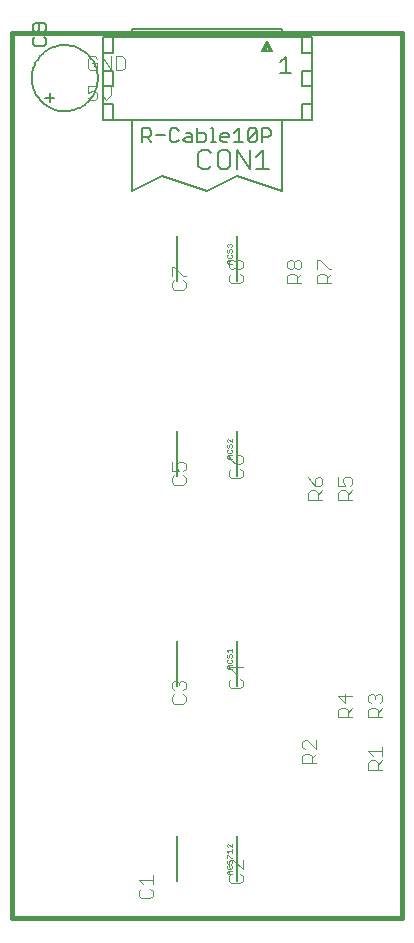
<source format=gto>
G75*
G70*
%OFA0B0*%
%FSLAX24Y24*%
%IPPOS*%
%LPD*%
%AMOC8*
5,1,8,0,0,1.08239X$1,22.5*
%
%ADD10C,0.0160*%
%ADD11C,0.0040*%
%ADD12C,0.0020*%
%ADD13C,0.0050*%
%ADD14C,0.0060*%
%ADD15C,0.0070*%
%ADD16R,0.0200X0.0100*%
%ADD17R,0.0150X0.0050*%
%ADD18R,0.0100X0.0100*%
D10*
X000242Y000181D02*
X013242Y000181D01*
X013242Y029681D01*
X000242Y029681D01*
X000242Y000181D01*
D11*
X004462Y000928D02*
X004538Y000851D01*
X004845Y000851D01*
X004922Y000928D01*
X004922Y001082D01*
X004845Y001158D01*
X004922Y001312D02*
X004922Y001619D01*
X004922Y001465D02*
X004462Y001465D01*
X004615Y001312D01*
X004538Y001158D02*
X004462Y001082D01*
X004462Y000928D01*
X005638Y007331D02*
X005945Y007331D01*
X006022Y007407D01*
X006022Y007561D01*
X005945Y007638D01*
X005945Y007791D02*
X006022Y007868D01*
X006022Y008021D01*
X005945Y008098D01*
X005868Y008098D01*
X005792Y008021D01*
X005792Y007944D01*
X005792Y008021D02*
X005715Y008098D01*
X005638Y008098D01*
X005562Y008021D01*
X005562Y007868D01*
X005638Y007791D01*
X005638Y007638D02*
X005562Y007561D01*
X005562Y007407D01*
X005638Y007331D01*
X007462Y007928D02*
X007538Y007851D01*
X007845Y007851D01*
X007922Y007928D01*
X007922Y008082D01*
X007845Y008158D01*
X007922Y008542D02*
X007462Y008542D01*
X007692Y008312D01*
X007692Y008619D01*
X007538Y008158D02*
X007462Y008082D01*
X007462Y007928D01*
X009912Y006042D02*
X009912Y005888D01*
X009988Y005812D01*
X009988Y005658D02*
X010142Y005658D01*
X010218Y005582D01*
X010218Y005351D01*
X010218Y005505D02*
X010372Y005658D01*
X010372Y005812D02*
X010065Y006119D01*
X009988Y006119D01*
X009912Y006042D01*
X009988Y005658D02*
X009912Y005582D01*
X009912Y005351D01*
X010372Y005351D01*
X010372Y005812D02*
X010372Y006119D01*
X011112Y006881D02*
X011112Y007111D01*
X011188Y007188D01*
X011342Y007188D01*
X011418Y007111D01*
X011418Y006881D01*
X011418Y007034D02*
X011572Y007188D01*
X011572Y006881D02*
X011112Y006881D01*
X011342Y007341D02*
X011342Y007648D01*
X011572Y007571D02*
X011112Y007571D01*
X011342Y007341D01*
X012112Y007418D02*
X012112Y007571D01*
X012188Y007648D01*
X012265Y007648D01*
X012342Y007571D01*
X012418Y007648D01*
X012495Y007648D01*
X012572Y007571D01*
X012572Y007418D01*
X012495Y007341D01*
X012572Y007188D02*
X012418Y007034D01*
X012418Y007111D02*
X012418Y006881D01*
X012418Y007111D02*
X012342Y007188D01*
X012188Y007188D01*
X012112Y007111D01*
X012112Y006881D01*
X012572Y006881D01*
X012342Y007494D02*
X012342Y007571D01*
X012188Y007341D02*
X012112Y007418D01*
X012572Y005898D02*
X012572Y005591D01*
X012572Y005438D02*
X012418Y005284D01*
X012418Y005361D02*
X012418Y005131D01*
X012418Y005361D02*
X012342Y005438D01*
X012188Y005438D01*
X012112Y005361D01*
X012112Y005131D01*
X012572Y005131D01*
X012572Y005744D02*
X012112Y005744D01*
X012265Y005591D01*
X011572Y014131D02*
X011112Y014131D01*
X011112Y014361D01*
X011188Y014438D01*
X011342Y014438D01*
X011418Y014361D01*
X011418Y014131D01*
X011418Y014284D02*
X011572Y014438D01*
X011495Y014591D02*
X011572Y014668D01*
X011572Y014821D01*
X011495Y014898D01*
X011342Y014898D01*
X011265Y014821D01*
X011265Y014744D01*
X011342Y014591D01*
X011112Y014591D01*
X011112Y014898D01*
X010572Y014821D02*
X010572Y014668D01*
X010495Y014591D01*
X010342Y014591D01*
X010342Y014821D01*
X010418Y014898D01*
X010495Y014898D01*
X010572Y014821D01*
X010342Y014591D02*
X010188Y014744D01*
X010112Y014898D01*
X010188Y014438D02*
X010112Y014361D01*
X010112Y014131D01*
X010572Y014131D01*
X010418Y014131D02*
X010418Y014361D01*
X010342Y014438D01*
X010188Y014438D01*
X010418Y014284D02*
X010572Y014438D01*
X007922Y014928D02*
X007922Y015082D01*
X007845Y015158D01*
X007845Y015312D02*
X007922Y015388D01*
X007922Y015542D01*
X007845Y015619D01*
X007768Y015619D01*
X007692Y015542D01*
X007692Y015312D01*
X007845Y015312D01*
X007922Y014928D02*
X007845Y014851D01*
X007538Y014851D01*
X007462Y014928D01*
X007462Y015082D01*
X007538Y015158D01*
X007692Y015312D02*
X007538Y015465D01*
X007462Y015619D01*
X006022Y015321D02*
X006022Y015168D01*
X005945Y015091D01*
X005792Y015091D02*
X005715Y015244D01*
X005715Y015321D01*
X005792Y015398D01*
X005945Y015398D01*
X006022Y015321D01*
X005945Y014938D02*
X006022Y014861D01*
X006022Y014707D01*
X005945Y014631D01*
X005638Y014631D01*
X005562Y014707D01*
X005562Y014861D01*
X005638Y014938D01*
X005562Y015091D02*
X005792Y015091D01*
X005562Y015091D02*
X005562Y015398D01*
X005638Y021131D02*
X005945Y021131D01*
X006022Y021207D01*
X006022Y021361D01*
X005945Y021438D01*
X005945Y021591D02*
X006022Y021591D01*
X005945Y021591D02*
X005638Y021898D01*
X005562Y021898D01*
X005562Y021591D01*
X005638Y021438D02*
X005562Y021361D01*
X005562Y021207D01*
X005638Y021131D01*
X007462Y021428D02*
X007538Y021351D01*
X007845Y021351D01*
X007922Y021428D01*
X007922Y021582D01*
X007845Y021658D01*
X007845Y021812D02*
X007768Y021812D01*
X007692Y021888D01*
X007692Y022042D01*
X007768Y022119D01*
X007845Y022119D01*
X007922Y022042D01*
X007922Y021888D01*
X007845Y021812D01*
X007692Y021888D02*
X007615Y021812D01*
X007538Y021812D01*
X007462Y021888D01*
X007462Y022042D01*
X007538Y022119D01*
X007615Y022119D01*
X007692Y022042D01*
X007538Y021658D02*
X007462Y021582D01*
X007462Y021428D01*
X009412Y021351D02*
X009412Y021582D01*
X009488Y021658D01*
X009642Y021658D01*
X009718Y021582D01*
X009718Y021351D01*
X009718Y021505D02*
X009872Y021658D01*
X009795Y021812D02*
X009872Y021888D01*
X009872Y022042D01*
X009795Y022119D01*
X009718Y022119D01*
X009642Y022042D01*
X009642Y021888D01*
X009565Y021812D01*
X009488Y021812D01*
X009412Y021888D01*
X009412Y022042D01*
X009488Y022119D01*
X009565Y022119D01*
X009642Y022042D01*
X009642Y021888D02*
X009718Y021812D01*
X009795Y021812D01*
X009872Y021351D02*
X009412Y021351D01*
X010412Y021351D02*
X010412Y021582D01*
X010488Y021658D01*
X010642Y021658D01*
X010718Y021582D01*
X010718Y021351D01*
X010718Y021505D02*
X010872Y021658D01*
X010872Y021812D02*
X010795Y021812D01*
X010488Y022119D01*
X010412Y022119D01*
X010412Y021812D01*
X010412Y021351D02*
X010872Y021351D01*
X003913Y028451D02*
X003989Y028528D01*
X003989Y028835D01*
X003913Y028912D01*
X003683Y028912D01*
X003683Y028451D01*
X003913Y028451D01*
X003529Y028451D02*
X003529Y028912D01*
X003222Y028912D02*
X003529Y028451D01*
X003529Y027912D02*
X003529Y027605D01*
X003376Y027451D01*
X003222Y027605D01*
X003222Y027912D01*
X003069Y027912D02*
X002762Y027912D01*
X002762Y027682D01*
X002915Y027758D01*
X002992Y027758D01*
X003069Y027682D01*
X003069Y027528D01*
X002992Y027451D01*
X002839Y027451D01*
X002762Y027528D01*
X002839Y028451D02*
X002762Y028528D01*
X002762Y028835D01*
X002839Y028912D01*
X002992Y028912D01*
X003069Y028835D01*
X003069Y028682D02*
X002915Y028682D01*
X003069Y028682D02*
X003069Y028528D01*
X002992Y028451D01*
X002839Y028451D01*
X003222Y028451D02*
X003222Y028912D01*
X007538Y002119D02*
X007462Y002042D01*
X007462Y001888D01*
X007538Y001812D01*
X007538Y001658D02*
X007462Y001582D01*
X007462Y001428D01*
X007538Y001351D01*
X007845Y001351D01*
X007922Y001428D01*
X007922Y001582D01*
X007845Y001658D01*
X007922Y001812D02*
X007615Y002119D01*
X007538Y002119D01*
X007922Y002119D02*
X007922Y001812D01*
D12*
X007567Y001850D02*
X007537Y001821D01*
X007419Y001821D01*
X007390Y001850D01*
X007390Y001909D01*
X007419Y001939D01*
X007419Y002002D02*
X007449Y002002D01*
X007478Y002031D01*
X007478Y002090D01*
X007508Y002120D01*
X007537Y002120D01*
X007567Y002090D01*
X007567Y002031D01*
X007537Y002002D01*
X007537Y001939D02*
X007567Y001909D01*
X007567Y001850D01*
X007567Y001757D02*
X007449Y001757D01*
X007390Y001698D01*
X007449Y001639D01*
X007567Y001639D01*
X007478Y001639D02*
X007478Y001757D01*
X007419Y002002D02*
X007390Y002031D01*
X007390Y002090D01*
X007419Y002120D01*
X007390Y002183D02*
X007390Y002301D01*
X007419Y002301D01*
X007537Y002183D01*
X007567Y002183D01*
X007567Y002364D02*
X007567Y002482D01*
X007567Y002423D02*
X007390Y002423D01*
X007449Y002364D01*
X007419Y002545D02*
X007390Y002575D01*
X007390Y002634D01*
X007419Y002663D01*
X007449Y002663D01*
X007567Y002545D01*
X007567Y002663D01*
X007567Y008502D02*
X007449Y008502D01*
X007390Y008561D01*
X007449Y008620D01*
X007567Y008620D01*
X007537Y008683D02*
X007567Y008713D01*
X007567Y008772D01*
X007537Y008801D01*
X007537Y008864D02*
X007567Y008894D01*
X007567Y008953D01*
X007537Y008982D01*
X007508Y008982D01*
X007478Y008953D01*
X007478Y008894D01*
X007449Y008864D01*
X007419Y008864D01*
X007390Y008894D01*
X007390Y008953D01*
X007419Y008982D01*
X007449Y009046D02*
X007390Y009104D01*
X007567Y009104D01*
X007567Y009046D02*
X007567Y009164D01*
X007537Y008683D02*
X007419Y008683D01*
X007390Y008713D01*
X007390Y008772D01*
X007419Y008801D01*
X007478Y008620D02*
X007478Y008502D01*
X007478Y015502D02*
X007478Y015620D01*
X007449Y015620D02*
X007567Y015620D01*
X007537Y015683D02*
X007567Y015713D01*
X007567Y015772D01*
X007537Y015801D01*
X007537Y015864D02*
X007567Y015894D01*
X007567Y015953D01*
X007537Y015982D01*
X007508Y015982D01*
X007478Y015953D01*
X007478Y015894D01*
X007449Y015864D01*
X007419Y015864D01*
X007390Y015894D01*
X007390Y015953D01*
X007419Y015982D01*
X007419Y016046D02*
X007390Y016075D01*
X007390Y016134D01*
X007419Y016164D01*
X007449Y016164D01*
X007567Y016046D01*
X007567Y016164D01*
X007537Y015683D02*
X007419Y015683D01*
X007390Y015713D01*
X007390Y015772D01*
X007419Y015801D01*
X007449Y015620D02*
X007390Y015561D01*
X007449Y015502D01*
X007567Y015502D01*
X007567Y022002D02*
X007449Y022002D01*
X007390Y022061D01*
X007449Y022120D01*
X007567Y022120D01*
X007537Y022183D02*
X007567Y022213D01*
X007567Y022272D01*
X007537Y022301D01*
X007537Y022364D02*
X007567Y022394D01*
X007567Y022453D01*
X007537Y022482D01*
X007508Y022482D01*
X007478Y022453D01*
X007478Y022394D01*
X007449Y022364D01*
X007419Y022364D01*
X007390Y022394D01*
X007390Y022453D01*
X007419Y022482D01*
X007419Y022546D02*
X007390Y022575D01*
X007390Y022634D01*
X007419Y022664D01*
X007449Y022664D01*
X007478Y022634D01*
X007508Y022664D01*
X007537Y022664D01*
X007567Y022634D01*
X007567Y022575D01*
X007537Y022546D01*
X007478Y022604D02*
X007478Y022634D01*
X007419Y022301D02*
X007390Y022272D01*
X007390Y022213D01*
X007419Y022183D01*
X007537Y022183D01*
X007478Y022120D02*
X007478Y022002D01*
D13*
X007742Y021431D02*
X007742Y022931D01*
X007786Y026056D02*
X007786Y026507D01*
X007635Y026357D01*
X007475Y026282D02*
X007475Y026207D01*
X007175Y026207D01*
X007175Y026282D02*
X007250Y026357D01*
X007400Y026357D01*
X007475Y026282D01*
X007400Y026056D02*
X007250Y026056D01*
X007175Y026131D01*
X007175Y026282D01*
X007018Y026056D02*
X006868Y026056D01*
X006943Y026056D02*
X006943Y026507D01*
X006868Y026507D01*
X006708Y026282D02*
X006633Y026357D01*
X006408Y026357D01*
X006408Y026507D02*
X006408Y026056D01*
X006633Y026056D01*
X006708Y026131D01*
X006708Y026282D01*
X006248Y026282D02*
X006248Y026056D01*
X006023Y026056D01*
X005948Y026131D01*
X006023Y026207D01*
X006248Y026207D01*
X006248Y026282D02*
X006173Y026357D01*
X006023Y026357D01*
X005787Y026432D02*
X005712Y026507D01*
X005562Y026507D01*
X005487Y026432D01*
X005487Y026131D01*
X005562Y026056D01*
X005712Y026056D01*
X005787Y026131D01*
X005327Y026282D02*
X005027Y026282D01*
X004867Y026282D02*
X004792Y026207D01*
X004566Y026207D01*
X004566Y026056D02*
X004566Y026507D01*
X004792Y026507D01*
X004867Y026432D01*
X004867Y026282D01*
X004717Y026207D02*
X004867Y026056D01*
X005742Y022931D02*
X005742Y021431D01*
X007635Y026056D02*
X007936Y026056D01*
X008096Y026131D02*
X008096Y026432D01*
X008171Y026507D01*
X008321Y026507D01*
X008396Y026432D01*
X008096Y026131D01*
X008171Y026056D01*
X008321Y026056D01*
X008396Y026131D01*
X008396Y026432D01*
X008556Y026507D02*
X008556Y026056D01*
X008556Y026207D02*
X008781Y026207D01*
X008856Y026282D01*
X008856Y026432D01*
X008781Y026507D01*
X008556Y026507D01*
X007742Y016431D02*
X007742Y014931D01*
X005742Y014931D02*
X005742Y016431D01*
X005742Y009431D02*
X005742Y007931D01*
X007742Y007931D02*
X007742Y009431D01*
X007742Y002931D02*
X007742Y001431D01*
X005742Y001431D02*
X005742Y002931D01*
X001292Y029256D02*
X000992Y029256D01*
X000917Y029331D01*
X000917Y029482D01*
X000992Y029557D01*
X000992Y029717D02*
X001067Y029717D01*
X001142Y029792D01*
X001142Y030017D01*
X001292Y030017D02*
X000992Y030017D01*
X000917Y029942D01*
X000917Y029792D01*
X000992Y029717D01*
X001292Y029717D02*
X001367Y029792D01*
X001367Y029942D01*
X001292Y030017D01*
X001292Y029557D02*
X001367Y029482D01*
X001367Y029331D01*
X001292Y029256D01*
D14*
X000892Y028181D02*
X000894Y028247D01*
X000900Y028312D01*
X000910Y028377D01*
X000923Y028442D01*
X000941Y028505D01*
X000962Y028568D01*
X000987Y028628D01*
X001016Y028688D01*
X001048Y028745D01*
X001083Y028801D01*
X001122Y028854D01*
X001164Y028905D01*
X001208Y028953D01*
X001256Y028998D01*
X001306Y029041D01*
X001359Y029080D01*
X001414Y029117D01*
X001471Y029150D01*
X001530Y029179D01*
X001590Y029205D01*
X001652Y029227D01*
X001715Y029246D01*
X001779Y029260D01*
X001844Y029271D01*
X001910Y029278D01*
X001976Y029281D01*
X002041Y029280D01*
X002107Y029275D01*
X002172Y029266D01*
X002237Y029253D01*
X002300Y029237D01*
X002363Y029217D01*
X002424Y029192D01*
X002484Y029165D01*
X002542Y029134D01*
X002598Y029099D01*
X002652Y029061D01*
X002703Y029020D01*
X002752Y028976D01*
X002798Y028929D01*
X002842Y028880D01*
X002882Y028828D01*
X002919Y028773D01*
X002953Y028717D01*
X002983Y028658D01*
X003010Y028598D01*
X003033Y028537D01*
X003052Y028474D01*
X003068Y028410D01*
X003080Y028345D01*
X003088Y028280D01*
X003092Y028214D01*
X003092Y028148D01*
X003088Y028082D01*
X003080Y028017D01*
X003068Y027952D01*
X003052Y027888D01*
X003033Y027825D01*
X003010Y027764D01*
X002983Y027704D01*
X002953Y027645D01*
X002919Y027589D01*
X002882Y027534D01*
X002842Y027482D01*
X002798Y027433D01*
X002752Y027386D01*
X002703Y027342D01*
X002652Y027301D01*
X002598Y027263D01*
X002542Y027228D01*
X002484Y027197D01*
X002424Y027170D01*
X002363Y027145D01*
X002300Y027125D01*
X002237Y027109D01*
X002172Y027096D01*
X002107Y027087D01*
X002041Y027082D01*
X001976Y027081D01*
X001910Y027084D01*
X001844Y027091D01*
X001779Y027102D01*
X001715Y027116D01*
X001652Y027135D01*
X001590Y027157D01*
X001530Y027183D01*
X001471Y027212D01*
X001414Y027245D01*
X001359Y027282D01*
X001306Y027321D01*
X001256Y027364D01*
X001208Y027409D01*
X001164Y027457D01*
X001122Y027508D01*
X001083Y027561D01*
X001048Y027617D01*
X001016Y027674D01*
X000987Y027734D01*
X000962Y027794D01*
X000941Y027857D01*
X000923Y027920D01*
X000910Y027985D01*
X000900Y028050D01*
X000894Y028115D01*
X000892Y028181D01*
X001342Y027531D02*
X001492Y027531D01*
X001492Y027681D01*
X001492Y027531D02*
X001642Y027531D01*
X001492Y027531D02*
X001492Y027381D01*
X003252Y027331D02*
X003252Y026801D01*
X003592Y026801D01*
X004242Y026801D01*
X009242Y026801D01*
X009892Y026801D01*
X010242Y026801D01*
X010242Y027331D01*
X010242Y027931D01*
X010242Y028431D01*
X010242Y029031D01*
X010242Y029551D01*
X009892Y029551D01*
X009242Y029551D01*
X004242Y029551D01*
X003592Y029551D01*
X003252Y029551D01*
X003252Y029031D01*
X003252Y028431D01*
X003252Y027931D01*
X003252Y027331D01*
X003592Y027331D01*
X003592Y026801D01*
X003592Y027931D02*
X003252Y027931D01*
X003592Y027931D02*
X003592Y028431D01*
X003252Y028431D01*
X003252Y029031D02*
X003592Y029031D01*
X003592Y029551D01*
X004242Y029551D02*
X004242Y029821D01*
X009242Y029821D01*
X009242Y029551D01*
X008742Y029431D02*
X008912Y029101D01*
X008572Y029101D01*
X008742Y029431D01*
X008742Y029331D01*
X009169Y028722D02*
X009350Y028902D01*
X009350Y028361D01*
X009530Y028361D02*
X009169Y028361D01*
X009242Y026801D02*
X009242Y024431D01*
X007742Y024931D01*
X006742Y024431D01*
X005242Y024931D01*
X004242Y024431D01*
X004242Y026801D01*
X009892Y026801D02*
X009892Y027331D01*
X010242Y027331D01*
X010242Y027931D02*
X009892Y027931D01*
X009892Y028431D01*
X010242Y028431D01*
X010242Y029031D02*
X009892Y029031D01*
X009892Y029551D01*
D15*
X008592Y025777D02*
X008382Y025567D01*
X008592Y025777D02*
X008592Y025146D01*
X008382Y025146D02*
X008803Y025146D01*
X008158Y025146D02*
X008158Y025777D01*
X007738Y025777D02*
X008158Y025146D01*
X007738Y025146D02*
X007738Y025777D01*
X007514Y025672D02*
X007514Y025251D01*
X007408Y025146D01*
X007198Y025146D01*
X007093Y025251D01*
X007093Y025672D01*
X007198Y025777D01*
X007408Y025777D01*
X007514Y025672D01*
X006869Y025672D02*
X006764Y025777D01*
X006554Y025777D01*
X006449Y025672D01*
X006449Y025251D01*
X006554Y025146D01*
X006764Y025146D01*
X006869Y025251D01*
D16*
X008742Y029221D03*
D17*
X008817Y029146D03*
X008667Y029146D03*
D18*
X008742Y029301D03*
M02*

</source>
